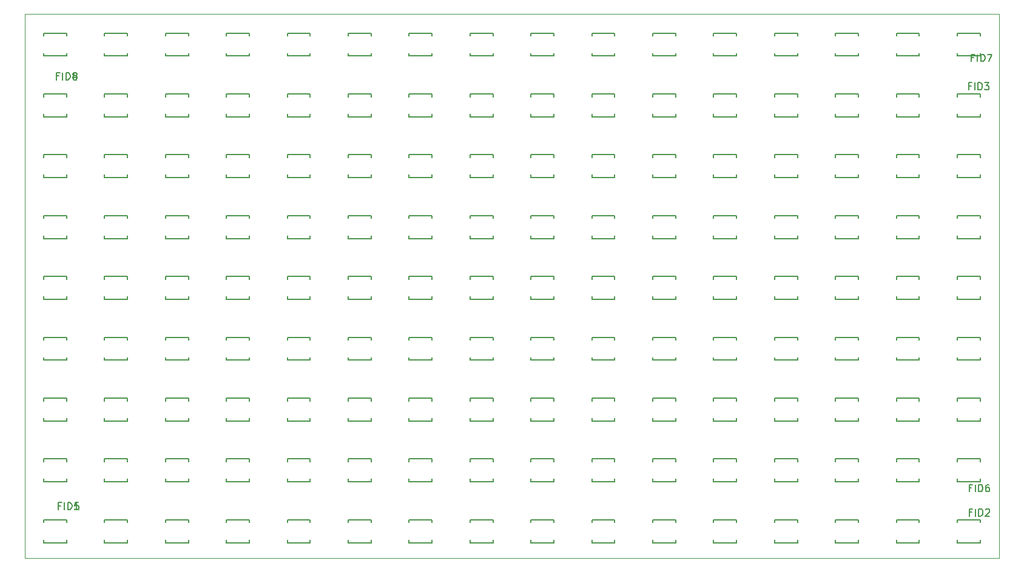
<source format=gbr>
G04 #@! TF.FileFunction,Legend,Top*
%FSLAX46Y46*%
G04 Gerber Fmt 4.6, Leading zero omitted, Abs format (unit mm)*
G04 Created by KiCad (PCBNEW 4.0.7-e1-6374~58~ubuntu16.04.1) date Thu Aug 31 17:04:50 2017*
%MOMM*%
%LPD*%
G01*
G04 APERTURE LIST*
%ADD10C,0.100000*%
%ADD11C,0.150000*%
G04 APERTURE END LIST*
D10*
X-50000Y-50000D02*
X-50000Y75950000D01*
X135950000Y-50000D02*
X-50000Y-50000D01*
X135950000Y75950000D02*
X135950000Y-50000D01*
X-50000Y75950000D02*
X135950000Y75950000D01*
D11*
X133300000Y4900000D02*
X133300000Y5300000D01*
X130100000Y4900000D02*
X130100000Y5300000D01*
X130100000Y2100000D02*
X130100000Y2500000D01*
X133300000Y2500000D02*
X133300000Y2100000D01*
X133300000Y5300000D02*
X130100000Y5300000D01*
X130100000Y2100000D02*
X133300000Y2100000D01*
X133300000Y13400000D02*
X133300000Y13800000D01*
X130100000Y13400000D02*
X130100000Y13800000D01*
X130100000Y10600000D02*
X130100000Y11000000D01*
X133300000Y11000000D02*
X133300000Y10600000D01*
X133300000Y13800000D02*
X130100000Y13800000D01*
X130100000Y10600000D02*
X133300000Y10600000D01*
X133300000Y21900000D02*
X133300000Y22300000D01*
X130100000Y21900000D02*
X130100000Y22300000D01*
X130100000Y19100000D02*
X130100000Y19500000D01*
X133300000Y19500000D02*
X133300000Y19100000D01*
X133300000Y22300000D02*
X130100000Y22300000D01*
X130100000Y19100000D02*
X133300000Y19100000D01*
X133300000Y30400000D02*
X133300000Y30800000D01*
X130100000Y30400000D02*
X130100000Y30800000D01*
X130100000Y27600000D02*
X130100000Y28000000D01*
X133300000Y28000000D02*
X133300000Y27600000D01*
X133300000Y30800000D02*
X130100000Y30800000D01*
X130100000Y27600000D02*
X133300000Y27600000D01*
X133300000Y38900000D02*
X133300000Y39300000D01*
X130100000Y38900000D02*
X130100000Y39300000D01*
X130100000Y36100000D02*
X130100000Y36500000D01*
X133300000Y36500000D02*
X133300000Y36100000D01*
X133300000Y39300000D02*
X130100000Y39300000D01*
X130100000Y36100000D02*
X133300000Y36100000D01*
X133300000Y47400000D02*
X133300000Y47800000D01*
X130100000Y47400000D02*
X130100000Y47800000D01*
X130100000Y44600000D02*
X130100000Y45000000D01*
X133300000Y45000000D02*
X133300000Y44600000D01*
X133300000Y47800000D02*
X130100000Y47800000D01*
X130100000Y44600000D02*
X133300000Y44600000D01*
X133300000Y55900000D02*
X133300000Y56300000D01*
X130100000Y55900000D02*
X130100000Y56300000D01*
X130100000Y53100000D02*
X130100000Y53500000D01*
X133300000Y53500000D02*
X133300000Y53100000D01*
X133300000Y56300000D02*
X130100000Y56300000D01*
X130100000Y53100000D02*
X133300000Y53100000D01*
X133300000Y64400000D02*
X133300000Y64800000D01*
X130100000Y64400000D02*
X130100000Y64800000D01*
X130100000Y61600000D02*
X130100000Y62000000D01*
X133300000Y62000000D02*
X133300000Y61600000D01*
X133300000Y64800000D02*
X130100000Y64800000D01*
X130100000Y61600000D02*
X133300000Y61600000D01*
X133300000Y72900000D02*
X133300000Y73300000D01*
X130100000Y72900000D02*
X130100000Y73300000D01*
X130100000Y70100000D02*
X130100000Y70500000D01*
X133300000Y70500000D02*
X133300000Y70100000D01*
X133300000Y73300000D02*
X130100000Y73300000D01*
X130100000Y70100000D02*
X133300000Y70100000D01*
X121600000Y2500000D02*
X121600000Y2100000D01*
X124800000Y2500000D02*
X124800000Y2100000D01*
X124800000Y5300000D02*
X124800000Y4900000D01*
X121600000Y4900000D02*
X121600000Y5300000D01*
X121600000Y2100000D02*
X124800000Y2100000D01*
X124800000Y5300000D02*
X121600000Y5300000D01*
X121600000Y11000000D02*
X121600000Y10600000D01*
X124800000Y11000000D02*
X124800000Y10600000D01*
X124800000Y13800000D02*
X124800000Y13400000D01*
X121600000Y13400000D02*
X121600000Y13800000D01*
X121600000Y10600000D02*
X124800000Y10600000D01*
X124800000Y13800000D02*
X121600000Y13800000D01*
X121600000Y19500000D02*
X121600000Y19100000D01*
X124800000Y19500000D02*
X124800000Y19100000D01*
X124800000Y22300000D02*
X124800000Y21900000D01*
X121600000Y21900000D02*
X121600000Y22300000D01*
X121600000Y19100000D02*
X124800000Y19100000D01*
X124800000Y22300000D02*
X121600000Y22300000D01*
X121600000Y28000000D02*
X121600000Y27600000D01*
X124800000Y28000000D02*
X124800000Y27600000D01*
X124800000Y30800000D02*
X124800000Y30400000D01*
X121600000Y30400000D02*
X121600000Y30800000D01*
X121600000Y27600000D02*
X124800000Y27600000D01*
X124800000Y30800000D02*
X121600000Y30800000D01*
X121600000Y36500000D02*
X121600000Y36100000D01*
X124800000Y36500000D02*
X124800000Y36100000D01*
X124800000Y39300000D02*
X124800000Y38900000D01*
X121600000Y38900000D02*
X121600000Y39300000D01*
X121600000Y36100000D02*
X124800000Y36100000D01*
X124800000Y39300000D02*
X121600000Y39300000D01*
X121600000Y45000000D02*
X121600000Y44600000D01*
X124800000Y45000000D02*
X124800000Y44600000D01*
X124800000Y47800000D02*
X124800000Y47400000D01*
X121600000Y47400000D02*
X121600000Y47800000D01*
X121600000Y44600000D02*
X124800000Y44600000D01*
X124800000Y47800000D02*
X121600000Y47800000D01*
X121600000Y53500000D02*
X121600000Y53100000D01*
X124800000Y53500000D02*
X124800000Y53100000D01*
X124800000Y56300000D02*
X124800000Y55900000D01*
X121600000Y55900000D02*
X121600000Y56300000D01*
X121600000Y53100000D02*
X124800000Y53100000D01*
X124800000Y56300000D02*
X121600000Y56300000D01*
X121600000Y62000000D02*
X121600000Y61600000D01*
X124800000Y62000000D02*
X124800000Y61600000D01*
X124800000Y64800000D02*
X124800000Y64400000D01*
X121600000Y64400000D02*
X121600000Y64800000D01*
X121600000Y61600000D02*
X124800000Y61600000D01*
X124800000Y64800000D02*
X121600000Y64800000D01*
X121600000Y70500000D02*
X121600000Y70100000D01*
X124800000Y70500000D02*
X124800000Y70100000D01*
X124800000Y73300000D02*
X124800000Y72900000D01*
X121600000Y72900000D02*
X121600000Y73300000D01*
X121600000Y70100000D02*
X124800000Y70100000D01*
X124800000Y73300000D02*
X121600000Y73300000D01*
X116300000Y4900000D02*
X116300000Y5300000D01*
X113100000Y4900000D02*
X113100000Y5300000D01*
X113100000Y2100000D02*
X113100000Y2500000D01*
X116300000Y2500000D02*
X116300000Y2100000D01*
X116300000Y5300000D02*
X113100000Y5300000D01*
X113100000Y2100000D02*
X116300000Y2100000D01*
X116300000Y13400000D02*
X116300000Y13800000D01*
X113100000Y13400000D02*
X113100000Y13800000D01*
X113100000Y10600000D02*
X113100000Y11000000D01*
X116300000Y11000000D02*
X116300000Y10600000D01*
X116300000Y13800000D02*
X113100000Y13800000D01*
X113100000Y10600000D02*
X116300000Y10600000D01*
X116300000Y21900000D02*
X116300000Y22300000D01*
X113100000Y21900000D02*
X113100000Y22300000D01*
X113100000Y19100000D02*
X113100000Y19500000D01*
X116300000Y19500000D02*
X116300000Y19100000D01*
X116300000Y22300000D02*
X113100000Y22300000D01*
X113100000Y19100000D02*
X116300000Y19100000D01*
X116300000Y30400000D02*
X116300000Y30800000D01*
X113100000Y30400000D02*
X113100000Y30800000D01*
X113100000Y27600000D02*
X113100000Y28000000D01*
X116300000Y28000000D02*
X116300000Y27600000D01*
X116300000Y30800000D02*
X113100000Y30800000D01*
X113100000Y27600000D02*
X116300000Y27600000D01*
X116300000Y38900000D02*
X116300000Y39300000D01*
X113100000Y38900000D02*
X113100000Y39300000D01*
X113100000Y36100000D02*
X113100000Y36500000D01*
X116300000Y36500000D02*
X116300000Y36100000D01*
X116300000Y39300000D02*
X113100000Y39300000D01*
X113100000Y36100000D02*
X116300000Y36100000D01*
X116300000Y47400000D02*
X116300000Y47800000D01*
X113100000Y47400000D02*
X113100000Y47800000D01*
X113100000Y44600000D02*
X113100000Y45000000D01*
X116300000Y45000000D02*
X116300000Y44600000D01*
X116300000Y47800000D02*
X113100000Y47800000D01*
X113100000Y44600000D02*
X116300000Y44600000D01*
X116300000Y55900000D02*
X116300000Y56300000D01*
X113100000Y55900000D02*
X113100000Y56300000D01*
X113100000Y53100000D02*
X113100000Y53500000D01*
X116300000Y53500000D02*
X116300000Y53100000D01*
X116300000Y56300000D02*
X113100000Y56300000D01*
X113100000Y53100000D02*
X116300000Y53100000D01*
X116300000Y64400000D02*
X116300000Y64800000D01*
X113100000Y64400000D02*
X113100000Y64800000D01*
X113100000Y61600000D02*
X113100000Y62000000D01*
X116300000Y62000000D02*
X116300000Y61600000D01*
X116300000Y64800000D02*
X113100000Y64800000D01*
X113100000Y61600000D02*
X116300000Y61600000D01*
X116300000Y72900000D02*
X116300000Y73300000D01*
X113100000Y72900000D02*
X113100000Y73300000D01*
X113100000Y70100000D02*
X113100000Y70500000D01*
X116300000Y70500000D02*
X116300000Y70100000D01*
X116300000Y73300000D02*
X113100000Y73300000D01*
X113100000Y70100000D02*
X116300000Y70100000D01*
X104600000Y2500000D02*
X104600000Y2100000D01*
X107800000Y2500000D02*
X107800000Y2100000D01*
X107800000Y5300000D02*
X107800000Y4900000D01*
X104600000Y4900000D02*
X104600000Y5300000D01*
X104600000Y2100000D02*
X107800000Y2100000D01*
X107800000Y5300000D02*
X104600000Y5300000D01*
X104600000Y11000000D02*
X104600000Y10600000D01*
X107800000Y11000000D02*
X107800000Y10600000D01*
X107800000Y13800000D02*
X107800000Y13400000D01*
X104600000Y13400000D02*
X104600000Y13800000D01*
X104600000Y10600000D02*
X107800000Y10600000D01*
X107800000Y13800000D02*
X104600000Y13800000D01*
X104600000Y19500000D02*
X104600000Y19100000D01*
X107800000Y19500000D02*
X107800000Y19100000D01*
X107800000Y22300000D02*
X107800000Y21900000D01*
X104600000Y21900000D02*
X104600000Y22300000D01*
X104600000Y19100000D02*
X107800000Y19100000D01*
X107800000Y22300000D02*
X104600000Y22300000D01*
X104600000Y28000000D02*
X104600000Y27600000D01*
X107800000Y28000000D02*
X107800000Y27600000D01*
X107800000Y30800000D02*
X107800000Y30400000D01*
X104600000Y30400000D02*
X104600000Y30800000D01*
X104600000Y27600000D02*
X107800000Y27600000D01*
X107800000Y30800000D02*
X104600000Y30800000D01*
X104600000Y36500000D02*
X104600000Y36100000D01*
X107800000Y36500000D02*
X107800000Y36100000D01*
X107800000Y39300000D02*
X107800000Y38900000D01*
X104600000Y38900000D02*
X104600000Y39300000D01*
X104600000Y36100000D02*
X107800000Y36100000D01*
X107800000Y39300000D02*
X104600000Y39300000D01*
X104600000Y45000000D02*
X104600000Y44600000D01*
X107800000Y45000000D02*
X107800000Y44600000D01*
X107800000Y47800000D02*
X107800000Y47400000D01*
X104600000Y47400000D02*
X104600000Y47800000D01*
X104600000Y44600000D02*
X107800000Y44600000D01*
X107800000Y47800000D02*
X104600000Y47800000D01*
X104600000Y53500000D02*
X104600000Y53100000D01*
X107800000Y53500000D02*
X107800000Y53100000D01*
X107800000Y56300000D02*
X107800000Y55900000D01*
X104600000Y55900000D02*
X104600000Y56300000D01*
X104600000Y53100000D02*
X107800000Y53100000D01*
X107800000Y56300000D02*
X104600000Y56300000D01*
X104600000Y62000000D02*
X104600000Y61600000D01*
X107800000Y62000000D02*
X107800000Y61600000D01*
X107800000Y64800000D02*
X107800000Y64400000D01*
X104600000Y64400000D02*
X104600000Y64800000D01*
X104600000Y61600000D02*
X107800000Y61600000D01*
X107800000Y64800000D02*
X104600000Y64800000D01*
X104600000Y70500000D02*
X104600000Y70100000D01*
X107800000Y70500000D02*
X107800000Y70100000D01*
X107800000Y73300000D02*
X107800000Y72900000D01*
X104600000Y72900000D02*
X104600000Y73300000D01*
X104600000Y70100000D02*
X107800000Y70100000D01*
X107800000Y73300000D02*
X104600000Y73300000D01*
X99300000Y4900000D02*
X99300000Y5300000D01*
X96100000Y4900000D02*
X96100000Y5300000D01*
X96100000Y2100000D02*
X96100000Y2500000D01*
X99300000Y2500000D02*
X99300000Y2100000D01*
X99300000Y5300000D02*
X96100000Y5300000D01*
X96100000Y2100000D02*
X99300000Y2100000D01*
X99300000Y13400000D02*
X99300000Y13800000D01*
X96100000Y13400000D02*
X96100000Y13800000D01*
X96100000Y10600000D02*
X96100000Y11000000D01*
X99300000Y11000000D02*
X99300000Y10600000D01*
X99300000Y13800000D02*
X96100000Y13800000D01*
X96100000Y10600000D02*
X99300000Y10600000D01*
X99300000Y21900000D02*
X99300000Y22300000D01*
X96100000Y21900000D02*
X96100000Y22300000D01*
X96100000Y19100000D02*
X96100000Y19500000D01*
X99300000Y19500000D02*
X99300000Y19100000D01*
X99300000Y22300000D02*
X96100000Y22300000D01*
X96100000Y19100000D02*
X99300000Y19100000D01*
X99300000Y30400000D02*
X99300000Y30800000D01*
X96100000Y30400000D02*
X96100000Y30800000D01*
X96100000Y27600000D02*
X96100000Y28000000D01*
X99300000Y28000000D02*
X99300000Y27600000D01*
X99300000Y30800000D02*
X96100000Y30800000D01*
X96100000Y27600000D02*
X99300000Y27600000D01*
X99300000Y38900000D02*
X99300000Y39300000D01*
X96100000Y38900000D02*
X96100000Y39300000D01*
X96100000Y36100000D02*
X96100000Y36500000D01*
X99300000Y36500000D02*
X99300000Y36100000D01*
X99300000Y39300000D02*
X96100000Y39300000D01*
X96100000Y36100000D02*
X99300000Y36100000D01*
X99300000Y47400000D02*
X99300000Y47800000D01*
X96100000Y47400000D02*
X96100000Y47800000D01*
X96100000Y44600000D02*
X96100000Y45000000D01*
X99300000Y45000000D02*
X99300000Y44600000D01*
X99300000Y47800000D02*
X96100000Y47800000D01*
X96100000Y44600000D02*
X99300000Y44600000D01*
X99300000Y55900000D02*
X99300000Y56300000D01*
X96100000Y55900000D02*
X96100000Y56300000D01*
X96100000Y53100000D02*
X96100000Y53500000D01*
X99300000Y53500000D02*
X99300000Y53100000D01*
X99300000Y56300000D02*
X96100000Y56300000D01*
X96100000Y53100000D02*
X99300000Y53100000D01*
X99300000Y64400000D02*
X99300000Y64800000D01*
X96100000Y64400000D02*
X96100000Y64800000D01*
X96100000Y61600000D02*
X96100000Y62000000D01*
X99300000Y62000000D02*
X99300000Y61600000D01*
X99300000Y64800000D02*
X96100000Y64800000D01*
X96100000Y61600000D02*
X99300000Y61600000D01*
X99300000Y72900000D02*
X99300000Y73300000D01*
X96100000Y72900000D02*
X96100000Y73300000D01*
X96100000Y70100000D02*
X96100000Y70500000D01*
X99300000Y70500000D02*
X99300000Y70100000D01*
X99300000Y73300000D02*
X96100000Y73300000D01*
X96100000Y70100000D02*
X99300000Y70100000D01*
X87600000Y2500000D02*
X87600000Y2100000D01*
X90800000Y2500000D02*
X90800000Y2100000D01*
X90800000Y5300000D02*
X90800000Y4900000D01*
X87600000Y4900000D02*
X87600000Y5300000D01*
X87600000Y2100000D02*
X90800000Y2100000D01*
X90800000Y5300000D02*
X87600000Y5300000D01*
X87600000Y11000000D02*
X87600000Y10600000D01*
X90800000Y11000000D02*
X90800000Y10600000D01*
X90800000Y13800000D02*
X90800000Y13400000D01*
X87600000Y13400000D02*
X87600000Y13800000D01*
X87600000Y10600000D02*
X90800000Y10600000D01*
X90800000Y13800000D02*
X87600000Y13800000D01*
X87600000Y19500000D02*
X87600000Y19100000D01*
X90800000Y19500000D02*
X90800000Y19100000D01*
X90800000Y22300000D02*
X90800000Y21900000D01*
X87600000Y21900000D02*
X87600000Y22300000D01*
X87600000Y19100000D02*
X90800000Y19100000D01*
X90800000Y22300000D02*
X87600000Y22300000D01*
X87600000Y28000000D02*
X87600000Y27600000D01*
X90800000Y28000000D02*
X90800000Y27600000D01*
X90800000Y30800000D02*
X90800000Y30400000D01*
X87600000Y30400000D02*
X87600000Y30800000D01*
X87600000Y27600000D02*
X90800000Y27600000D01*
X90800000Y30800000D02*
X87600000Y30800000D01*
X87600000Y36500000D02*
X87600000Y36100000D01*
X90800000Y36500000D02*
X90800000Y36100000D01*
X90800000Y39300000D02*
X90800000Y38900000D01*
X87600000Y38900000D02*
X87600000Y39300000D01*
X87600000Y36100000D02*
X90800000Y36100000D01*
X90800000Y39300000D02*
X87600000Y39300000D01*
X87600000Y45000000D02*
X87600000Y44600000D01*
X90800000Y45000000D02*
X90800000Y44600000D01*
X90800000Y47800000D02*
X90800000Y47400000D01*
X87600000Y47400000D02*
X87600000Y47800000D01*
X87600000Y44600000D02*
X90800000Y44600000D01*
X90800000Y47800000D02*
X87600000Y47800000D01*
X87600000Y53500000D02*
X87600000Y53100000D01*
X90800000Y53500000D02*
X90800000Y53100000D01*
X90800000Y56300000D02*
X90800000Y55900000D01*
X87600000Y55900000D02*
X87600000Y56300000D01*
X87600000Y53100000D02*
X90800000Y53100000D01*
X90800000Y56300000D02*
X87600000Y56300000D01*
X87600000Y62000000D02*
X87600000Y61600000D01*
X90800000Y62000000D02*
X90800000Y61600000D01*
X90800000Y64800000D02*
X90800000Y64400000D01*
X87600000Y64400000D02*
X87600000Y64800000D01*
X87600000Y61600000D02*
X90800000Y61600000D01*
X90800000Y64800000D02*
X87600000Y64800000D01*
X87600000Y70500000D02*
X87600000Y70100000D01*
X90800000Y70500000D02*
X90800000Y70100000D01*
X90800000Y73300000D02*
X90800000Y72900000D01*
X87600000Y72900000D02*
X87600000Y73300000D01*
X87600000Y70100000D02*
X90800000Y70100000D01*
X90800000Y73300000D02*
X87600000Y73300000D01*
X82300000Y4900000D02*
X82300000Y5300000D01*
X79100000Y4900000D02*
X79100000Y5300000D01*
X79100000Y2100000D02*
X79100000Y2500000D01*
X82300000Y2500000D02*
X82300000Y2100000D01*
X82300000Y5300000D02*
X79100000Y5300000D01*
X79100000Y2100000D02*
X82300000Y2100000D01*
X82300000Y13400000D02*
X82300000Y13800000D01*
X79100000Y13400000D02*
X79100000Y13800000D01*
X79100000Y10600000D02*
X79100000Y11000000D01*
X82300000Y11000000D02*
X82300000Y10600000D01*
X82300000Y13800000D02*
X79100000Y13800000D01*
X79100000Y10600000D02*
X82300000Y10600000D01*
X82300000Y21900000D02*
X82300000Y22300000D01*
X79100000Y21900000D02*
X79100000Y22300000D01*
X79100000Y19100000D02*
X79100000Y19500000D01*
X82300000Y19500000D02*
X82300000Y19100000D01*
X82300000Y22300000D02*
X79100000Y22300000D01*
X79100000Y19100000D02*
X82300000Y19100000D01*
X82300000Y30400000D02*
X82300000Y30800000D01*
X79100000Y30400000D02*
X79100000Y30800000D01*
X79100000Y27600000D02*
X79100000Y28000000D01*
X82300000Y28000000D02*
X82300000Y27600000D01*
X82300000Y30800000D02*
X79100000Y30800000D01*
X79100000Y27600000D02*
X82300000Y27600000D01*
X82300000Y38900000D02*
X82300000Y39300000D01*
X79100000Y38900000D02*
X79100000Y39300000D01*
X79100000Y36100000D02*
X79100000Y36500000D01*
X82300000Y36500000D02*
X82300000Y36100000D01*
X82300000Y39300000D02*
X79100000Y39300000D01*
X79100000Y36100000D02*
X82300000Y36100000D01*
X82300000Y47400000D02*
X82300000Y47800000D01*
X79100000Y47400000D02*
X79100000Y47800000D01*
X79100000Y44600000D02*
X79100000Y45000000D01*
X82300000Y45000000D02*
X82300000Y44600000D01*
X82300000Y47800000D02*
X79100000Y47800000D01*
X79100000Y44600000D02*
X82300000Y44600000D01*
X82300000Y55900000D02*
X82300000Y56300000D01*
X79100000Y55900000D02*
X79100000Y56300000D01*
X79100000Y53100000D02*
X79100000Y53500000D01*
X82300000Y53500000D02*
X82300000Y53100000D01*
X82300000Y56300000D02*
X79100000Y56300000D01*
X79100000Y53100000D02*
X82300000Y53100000D01*
X82300000Y64400000D02*
X82300000Y64800000D01*
X79100000Y64400000D02*
X79100000Y64800000D01*
X79100000Y61600000D02*
X79100000Y62000000D01*
X82300000Y62000000D02*
X82300000Y61600000D01*
X82300000Y64800000D02*
X79100000Y64800000D01*
X79100000Y61600000D02*
X82300000Y61600000D01*
X82300000Y72900000D02*
X82300000Y73300000D01*
X79100000Y72900000D02*
X79100000Y73300000D01*
X79100000Y70100000D02*
X79100000Y70500000D01*
X82300000Y70500000D02*
X82300000Y70100000D01*
X82300000Y73300000D02*
X79100000Y73300000D01*
X79100000Y70100000D02*
X82300000Y70100000D01*
X70600000Y2500000D02*
X70600000Y2100000D01*
X73800000Y2500000D02*
X73800000Y2100000D01*
X73800000Y5300000D02*
X73800000Y4900000D01*
X70600000Y4900000D02*
X70600000Y5300000D01*
X70600000Y2100000D02*
X73800000Y2100000D01*
X73800000Y5300000D02*
X70600000Y5300000D01*
X70600000Y11000000D02*
X70600000Y10600000D01*
X73800000Y11000000D02*
X73800000Y10600000D01*
X73800000Y13800000D02*
X73800000Y13400000D01*
X70600000Y13400000D02*
X70600000Y13800000D01*
X70600000Y10600000D02*
X73800000Y10600000D01*
X73800000Y13800000D02*
X70600000Y13800000D01*
X70600000Y19500000D02*
X70600000Y19100000D01*
X73800000Y19500000D02*
X73800000Y19100000D01*
X73800000Y22300000D02*
X73800000Y21900000D01*
X70600000Y21900000D02*
X70600000Y22300000D01*
X70600000Y19100000D02*
X73800000Y19100000D01*
X73800000Y22300000D02*
X70600000Y22300000D01*
X70600000Y28000000D02*
X70600000Y27600000D01*
X73800000Y28000000D02*
X73800000Y27600000D01*
X73800000Y30800000D02*
X73800000Y30400000D01*
X70600000Y30400000D02*
X70600000Y30800000D01*
X70600000Y27600000D02*
X73800000Y27600000D01*
X73800000Y30800000D02*
X70600000Y30800000D01*
X70600000Y36500000D02*
X70600000Y36100000D01*
X73800000Y36500000D02*
X73800000Y36100000D01*
X73800000Y39300000D02*
X73800000Y38900000D01*
X70600000Y38900000D02*
X70600000Y39300000D01*
X70600000Y36100000D02*
X73800000Y36100000D01*
X73800000Y39300000D02*
X70600000Y39300000D01*
X70600000Y45000000D02*
X70600000Y44600000D01*
X73800000Y45000000D02*
X73800000Y44600000D01*
X73800000Y47800000D02*
X73800000Y47400000D01*
X70600000Y47400000D02*
X70600000Y47800000D01*
X70600000Y44600000D02*
X73800000Y44600000D01*
X73800000Y47800000D02*
X70600000Y47800000D01*
X70600000Y53500000D02*
X70600000Y53100000D01*
X73800000Y53500000D02*
X73800000Y53100000D01*
X73800000Y56300000D02*
X73800000Y55900000D01*
X70600000Y55900000D02*
X70600000Y56300000D01*
X70600000Y53100000D02*
X73800000Y53100000D01*
X73800000Y56300000D02*
X70600000Y56300000D01*
X70600000Y62000000D02*
X70600000Y61600000D01*
X73800000Y62000000D02*
X73800000Y61600000D01*
X73800000Y64800000D02*
X73800000Y64400000D01*
X70600000Y64400000D02*
X70600000Y64800000D01*
X70600000Y61600000D02*
X73800000Y61600000D01*
X73800000Y64800000D02*
X70600000Y64800000D01*
X70600000Y70500000D02*
X70600000Y70100000D01*
X73800000Y70500000D02*
X73800000Y70100000D01*
X73800000Y73300000D02*
X73800000Y72900000D01*
X70600000Y72900000D02*
X70600000Y73300000D01*
X70600000Y70100000D02*
X73800000Y70100000D01*
X73800000Y73300000D02*
X70600000Y73300000D01*
X65300000Y4900000D02*
X65300000Y5300000D01*
X62100000Y4900000D02*
X62100000Y5300000D01*
X62100000Y2100000D02*
X62100000Y2500000D01*
X65300000Y2500000D02*
X65300000Y2100000D01*
X65300000Y5300000D02*
X62100000Y5300000D01*
X62100000Y2100000D02*
X65300000Y2100000D01*
X65300000Y13400000D02*
X65300000Y13800000D01*
X62100000Y13400000D02*
X62100000Y13800000D01*
X62100000Y10600000D02*
X62100000Y11000000D01*
X65300000Y11000000D02*
X65300000Y10600000D01*
X65300000Y13800000D02*
X62100000Y13800000D01*
X62100000Y10600000D02*
X65300000Y10600000D01*
X65300000Y21900000D02*
X65300000Y22300000D01*
X62100000Y21900000D02*
X62100000Y22300000D01*
X62100000Y19100000D02*
X62100000Y19500000D01*
X65300000Y19500000D02*
X65300000Y19100000D01*
X65300000Y22300000D02*
X62100000Y22300000D01*
X62100000Y19100000D02*
X65300000Y19100000D01*
X65300000Y30400000D02*
X65300000Y30800000D01*
X62100000Y30400000D02*
X62100000Y30800000D01*
X62100000Y27600000D02*
X62100000Y28000000D01*
X65300000Y28000000D02*
X65300000Y27600000D01*
X65300000Y30800000D02*
X62100000Y30800000D01*
X62100000Y27600000D02*
X65300000Y27600000D01*
X65300000Y38900000D02*
X65300000Y39300000D01*
X62100000Y38900000D02*
X62100000Y39300000D01*
X62100000Y36100000D02*
X62100000Y36500000D01*
X65300000Y36500000D02*
X65300000Y36100000D01*
X65300000Y39300000D02*
X62100000Y39300000D01*
X62100000Y36100000D02*
X65300000Y36100000D01*
X65300000Y47400000D02*
X65300000Y47800000D01*
X62100000Y47400000D02*
X62100000Y47800000D01*
X62100000Y44600000D02*
X62100000Y45000000D01*
X65300000Y45000000D02*
X65300000Y44600000D01*
X65300000Y47800000D02*
X62100000Y47800000D01*
X62100000Y44600000D02*
X65300000Y44600000D01*
X65300000Y55900000D02*
X65300000Y56300000D01*
X62100000Y55900000D02*
X62100000Y56300000D01*
X62100000Y53100000D02*
X62100000Y53500000D01*
X65300000Y53500000D02*
X65300000Y53100000D01*
X65300000Y56300000D02*
X62100000Y56300000D01*
X62100000Y53100000D02*
X65300000Y53100000D01*
X65300000Y64400000D02*
X65300000Y64800000D01*
X62100000Y64400000D02*
X62100000Y64800000D01*
X62100000Y61600000D02*
X62100000Y62000000D01*
X65300000Y62000000D02*
X65300000Y61600000D01*
X65300000Y64800000D02*
X62100000Y64800000D01*
X62100000Y61600000D02*
X65300000Y61600000D01*
X65300000Y72900000D02*
X65300000Y73300000D01*
X62100000Y72900000D02*
X62100000Y73300000D01*
X62100000Y70100000D02*
X62100000Y70500000D01*
X65300000Y70500000D02*
X65300000Y70100000D01*
X65300000Y73300000D02*
X62100000Y73300000D01*
X62100000Y70100000D02*
X65300000Y70100000D01*
X53600000Y2500000D02*
X53600000Y2100000D01*
X56800000Y2500000D02*
X56800000Y2100000D01*
X56800000Y5300000D02*
X56800000Y4900000D01*
X53600000Y4900000D02*
X53600000Y5300000D01*
X53600000Y2100000D02*
X56800000Y2100000D01*
X56800000Y5300000D02*
X53600000Y5300000D01*
X53600000Y11000000D02*
X53600000Y10600000D01*
X56800000Y11000000D02*
X56800000Y10600000D01*
X56800000Y13800000D02*
X56800000Y13400000D01*
X53600000Y13400000D02*
X53600000Y13800000D01*
X53600000Y10600000D02*
X56800000Y10600000D01*
X56800000Y13800000D02*
X53600000Y13800000D01*
X53600000Y19500000D02*
X53600000Y19100000D01*
X56800000Y19500000D02*
X56800000Y19100000D01*
X56800000Y22300000D02*
X56800000Y21900000D01*
X53600000Y21900000D02*
X53600000Y22300000D01*
X53600000Y19100000D02*
X56800000Y19100000D01*
X56800000Y22300000D02*
X53600000Y22300000D01*
X53600000Y28000000D02*
X53600000Y27600000D01*
X56800000Y28000000D02*
X56800000Y27600000D01*
X56800000Y30800000D02*
X56800000Y30400000D01*
X53600000Y30400000D02*
X53600000Y30800000D01*
X53600000Y27600000D02*
X56800000Y27600000D01*
X56800000Y30800000D02*
X53600000Y30800000D01*
X53600000Y36500000D02*
X53600000Y36100000D01*
X56800000Y36500000D02*
X56800000Y36100000D01*
X56800000Y39300000D02*
X56800000Y38900000D01*
X53600000Y38900000D02*
X53600000Y39300000D01*
X53600000Y36100000D02*
X56800000Y36100000D01*
X56800000Y39300000D02*
X53600000Y39300000D01*
X53600000Y45000000D02*
X53600000Y44600000D01*
X56800000Y45000000D02*
X56800000Y44600000D01*
X56800000Y47800000D02*
X56800000Y47400000D01*
X53600000Y47400000D02*
X53600000Y47800000D01*
X53600000Y44600000D02*
X56800000Y44600000D01*
X56800000Y47800000D02*
X53600000Y47800000D01*
X53600000Y53500000D02*
X53600000Y53100000D01*
X56800000Y53500000D02*
X56800000Y53100000D01*
X56800000Y56300000D02*
X56800000Y55900000D01*
X53600000Y55900000D02*
X53600000Y56300000D01*
X53600000Y53100000D02*
X56800000Y53100000D01*
X56800000Y56300000D02*
X53600000Y56300000D01*
X53600000Y62000000D02*
X53600000Y61600000D01*
X56800000Y62000000D02*
X56800000Y61600000D01*
X56800000Y64800000D02*
X56800000Y64400000D01*
X53600000Y64400000D02*
X53600000Y64800000D01*
X53600000Y61600000D02*
X56800000Y61600000D01*
X56800000Y64800000D02*
X53600000Y64800000D01*
X53600000Y70500000D02*
X53600000Y70100000D01*
X56800000Y70500000D02*
X56800000Y70100000D01*
X56800000Y73300000D02*
X56800000Y72900000D01*
X53600000Y72900000D02*
X53600000Y73300000D01*
X53600000Y70100000D02*
X56800000Y70100000D01*
X56800000Y73300000D02*
X53600000Y73300000D01*
X48300000Y4900000D02*
X48300000Y5300000D01*
X45100000Y4900000D02*
X45100000Y5300000D01*
X45100000Y2100000D02*
X45100000Y2500000D01*
X48300000Y2500000D02*
X48300000Y2100000D01*
X48300000Y5300000D02*
X45100000Y5300000D01*
X45100000Y2100000D02*
X48300000Y2100000D01*
X48300000Y13400000D02*
X48300000Y13800000D01*
X45100000Y13400000D02*
X45100000Y13800000D01*
X45100000Y10600000D02*
X45100000Y11000000D01*
X48300000Y11000000D02*
X48300000Y10600000D01*
X48300000Y13800000D02*
X45100000Y13800000D01*
X45100000Y10600000D02*
X48300000Y10600000D01*
X48300000Y21900000D02*
X48300000Y22300000D01*
X45100000Y21900000D02*
X45100000Y22300000D01*
X45100000Y19100000D02*
X45100000Y19500000D01*
X48300000Y19500000D02*
X48300000Y19100000D01*
X48300000Y22300000D02*
X45100000Y22300000D01*
X45100000Y19100000D02*
X48300000Y19100000D01*
X48300000Y30400000D02*
X48300000Y30800000D01*
X45100000Y30400000D02*
X45100000Y30800000D01*
X45100000Y27600000D02*
X45100000Y28000000D01*
X48300000Y28000000D02*
X48300000Y27600000D01*
X48300000Y30800000D02*
X45100000Y30800000D01*
X45100000Y27600000D02*
X48300000Y27600000D01*
X48300000Y38900000D02*
X48300000Y39300000D01*
X45100000Y38900000D02*
X45100000Y39300000D01*
X45100000Y36100000D02*
X45100000Y36500000D01*
X48300000Y36500000D02*
X48300000Y36100000D01*
X48300000Y39300000D02*
X45100000Y39300000D01*
X45100000Y36100000D02*
X48300000Y36100000D01*
X48300000Y47400000D02*
X48300000Y47800000D01*
X45100000Y47400000D02*
X45100000Y47800000D01*
X45100000Y44600000D02*
X45100000Y45000000D01*
X48300000Y45000000D02*
X48300000Y44600000D01*
X48300000Y47800000D02*
X45100000Y47800000D01*
X45100000Y44600000D02*
X48300000Y44600000D01*
X48300000Y55900000D02*
X48300000Y56300000D01*
X45100000Y55900000D02*
X45100000Y56300000D01*
X45100000Y53100000D02*
X45100000Y53500000D01*
X48300000Y53500000D02*
X48300000Y53100000D01*
X48300000Y56300000D02*
X45100000Y56300000D01*
X45100000Y53100000D02*
X48300000Y53100000D01*
X48300000Y64400000D02*
X48300000Y64800000D01*
X45100000Y64400000D02*
X45100000Y64800000D01*
X45100000Y61600000D02*
X45100000Y62000000D01*
X48300000Y62000000D02*
X48300000Y61600000D01*
X48300000Y64800000D02*
X45100000Y64800000D01*
X45100000Y61600000D02*
X48300000Y61600000D01*
X48300000Y72900000D02*
X48300000Y73300000D01*
X45100000Y72900000D02*
X45100000Y73300000D01*
X45100000Y70100000D02*
X45100000Y70500000D01*
X48300000Y70500000D02*
X48300000Y70100000D01*
X48300000Y73300000D02*
X45100000Y73300000D01*
X45100000Y70100000D02*
X48300000Y70100000D01*
X36600000Y2500000D02*
X36600000Y2100000D01*
X39800000Y2500000D02*
X39800000Y2100000D01*
X39800000Y5300000D02*
X39800000Y4900000D01*
X36600000Y4900000D02*
X36600000Y5300000D01*
X36600000Y2100000D02*
X39800000Y2100000D01*
X39800000Y5300000D02*
X36600000Y5300000D01*
X36600000Y11000000D02*
X36600000Y10600000D01*
X39800000Y11000000D02*
X39800000Y10600000D01*
X39800000Y13800000D02*
X39800000Y13400000D01*
X36600000Y13400000D02*
X36600000Y13800000D01*
X36600000Y10600000D02*
X39800000Y10600000D01*
X39800000Y13800000D02*
X36600000Y13800000D01*
X36600000Y19500000D02*
X36600000Y19100000D01*
X39800000Y19500000D02*
X39800000Y19100000D01*
X39800000Y22300000D02*
X39800000Y21900000D01*
X36600000Y21900000D02*
X36600000Y22300000D01*
X36600000Y19100000D02*
X39800000Y19100000D01*
X39800000Y22300000D02*
X36600000Y22300000D01*
X36600000Y28000000D02*
X36600000Y27600000D01*
X39800000Y28000000D02*
X39800000Y27600000D01*
X39800000Y30800000D02*
X39800000Y30400000D01*
X36600000Y30400000D02*
X36600000Y30800000D01*
X36600000Y27600000D02*
X39800000Y27600000D01*
X39800000Y30800000D02*
X36600000Y30800000D01*
X36600000Y36500000D02*
X36600000Y36100000D01*
X39800000Y36500000D02*
X39800000Y36100000D01*
X39800000Y39300000D02*
X39800000Y38900000D01*
X36600000Y38900000D02*
X36600000Y39300000D01*
X36600000Y36100000D02*
X39800000Y36100000D01*
X39800000Y39300000D02*
X36600000Y39300000D01*
X36600000Y53500000D02*
X36600000Y53100000D01*
X39800000Y53500000D02*
X39800000Y53100000D01*
X39800000Y56300000D02*
X39800000Y55900000D01*
X36600000Y55900000D02*
X36600000Y56300000D01*
X36600000Y53100000D02*
X39800000Y53100000D01*
X39800000Y56300000D02*
X36600000Y56300000D01*
X36600000Y62000000D02*
X36600000Y61600000D01*
X39800000Y62000000D02*
X39800000Y61600000D01*
X39800000Y64800000D02*
X39800000Y64400000D01*
X36600000Y64400000D02*
X36600000Y64800000D01*
X36600000Y61600000D02*
X39800000Y61600000D01*
X39800000Y64800000D02*
X36600000Y64800000D01*
X36600000Y70500000D02*
X36600000Y70100000D01*
X39800000Y70500000D02*
X39800000Y70100000D01*
X39800000Y73300000D02*
X39800000Y72900000D01*
X36600000Y72900000D02*
X36600000Y73300000D01*
X36600000Y70100000D02*
X39800000Y70100000D01*
X39800000Y73300000D02*
X36600000Y73300000D01*
X31300000Y4900000D02*
X31300000Y5300000D01*
X28100000Y4900000D02*
X28100000Y5300000D01*
X28100000Y2100000D02*
X28100000Y2500000D01*
X31300000Y2500000D02*
X31300000Y2100000D01*
X31300000Y5300000D02*
X28100000Y5300000D01*
X28100000Y2100000D02*
X31300000Y2100000D01*
X31300000Y13400000D02*
X31300000Y13800000D01*
X28100000Y13400000D02*
X28100000Y13800000D01*
X28100000Y10600000D02*
X28100000Y11000000D01*
X31300000Y11000000D02*
X31300000Y10600000D01*
X31300000Y13800000D02*
X28100000Y13800000D01*
X28100000Y10600000D02*
X31300000Y10600000D01*
X31300000Y21900000D02*
X31300000Y22300000D01*
X28100000Y21900000D02*
X28100000Y22300000D01*
X28100000Y19100000D02*
X28100000Y19500000D01*
X31300000Y19500000D02*
X31300000Y19100000D01*
X31300000Y22300000D02*
X28100000Y22300000D01*
X28100000Y19100000D02*
X31300000Y19100000D01*
X31300000Y30400000D02*
X31300000Y30800000D01*
X28100000Y30400000D02*
X28100000Y30800000D01*
X28100000Y27600000D02*
X28100000Y28000000D01*
X31300000Y28000000D02*
X31300000Y27600000D01*
X31300000Y30800000D02*
X28100000Y30800000D01*
X28100000Y27600000D02*
X31300000Y27600000D01*
X31300000Y38900000D02*
X31300000Y39300000D01*
X28100000Y38900000D02*
X28100000Y39300000D01*
X28100000Y36100000D02*
X28100000Y36500000D01*
X31300000Y36500000D02*
X31300000Y36100000D01*
X31300000Y39300000D02*
X28100000Y39300000D01*
X28100000Y36100000D02*
X31300000Y36100000D01*
X31300000Y47400000D02*
X31300000Y47800000D01*
X28100000Y47400000D02*
X28100000Y47800000D01*
X28100000Y44600000D02*
X28100000Y45000000D01*
X31300000Y45000000D02*
X31300000Y44600000D01*
X31300000Y47800000D02*
X28100000Y47800000D01*
X28100000Y44600000D02*
X31300000Y44600000D01*
X31300000Y55900000D02*
X31300000Y56300000D01*
X28100000Y55900000D02*
X28100000Y56300000D01*
X28100000Y53100000D02*
X28100000Y53500000D01*
X31300000Y53500000D02*
X31300000Y53100000D01*
X31300000Y56300000D02*
X28100000Y56300000D01*
X28100000Y53100000D02*
X31300000Y53100000D01*
X31300000Y64400000D02*
X31300000Y64800000D01*
X28100000Y64400000D02*
X28100000Y64800000D01*
X28100000Y61600000D02*
X28100000Y62000000D01*
X31300000Y62000000D02*
X31300000Y61600000D01*
X31300000Y64800000D02*
X28100000Y64800000D01*
X28100000Y61600000D02*
X31300000Y61600000D01*
X31300000Y72900000D02*
X31300000Y73300000D01*
X28100000Y72900000D02*
X28100000Y73300000D01*
X28100000Y70100000D02*
X28100000Y70500000D01*
X31300000Y70500000D02*
X31300000Y70100000D01*
X31300000Y73300000D02*
X28100000Y73300000D01*
X28100000Y70100000D02*
X31300000Y70100000D01*
X19600000Y2500000D02*
X19600000Y2100000D01*
X22800000Y2500000D02*
X22800000Y2100000D01*
X22800000Y5300000D02*
X22800000Y4900000D01*
X19600000Y4900000D02*
X19600000Y5300000D01*
X19600000Y2100000D02*
X22800000Y2100000D01*
X22800000Y5300000D02*
X19600000Y5300000D01*
X19600000Y11000000D02*
X19600000Y10600000D01*
X22800000Y11000000D02*
X22800000Y10600000D01*
X22800000Y13800000D02*
X22800000Y13400000D01*
X19600000Y13400000D02*
X19600000Y13800000D01*
X19600000Y10600000D02*
X22800000Y10600000D01*
X22800000Y13800000D02*
X19600000Y13800000D01*
X19600000Y19500000D02*
X19600000Y19100000D01*
X22800000Y19500000D02*
X22800000Y19100000D01*
X22800000Y22300000D02*
X22800000Y21900000D01*
X19600000Y21900000D02*
X19600000Y22300000D01*
X19600000Y19100000D02*
X22800000Y19100000D01*
X22800000Y22300000D02*
X19600000Y22300000D01*
X19600000Y28000000D02*
X19600000Y27600000D01*
X22800000Y28000000D02*
X22800000Y27600000D01*
X22800000Y30800000D02*
X22800000Y30400000D01*
X19600000Y30400000D02*
X19600000Y30800000D01*
X19600000Y27600000D02*
X22800000Y27600000D01*
X22800000Y30800000D02*
X19600000Y30800000D01*
X19600000Y36500000D02*
X19600000Y36100000D01*
X22800000Y36500000D02*
X22800000Y36100000D01*
X22800000Y39300000D02*
X22800000Y38900000D01*
X19600000Y38900000D02*
X19600000Y39300000D01*
X19600000Y36100000D02*
X22800000Y36100000D01*
X22800000Y39300000D02*
X19600000Y39300000D01*
X19600000Y45000000D02*
X19600000Y44600000D01*
X22800000Y45000000D02*
X22800000Y44600000D01*
X22800000Y47800000D02*
X22800000Y47400000D01*
X19600000Y47400000D02*
X19600000Y47800000D01*
X19600000Y44600000D02*
X22800000Y44600000D01*
X22800000Y47800000D02*
X19600000Y47800000D01*
X19600000Y53500000D02*
X19600000Y53100000D01*
X22800000Y53500000D02*
X22800000Y53100000D01*
X22800000Y56300000D02*
X22800000Y55900000D01*
X19600000Y55900000D02*
X19600000Y56300000D01*
X19600000Y53100000D02*
X22800000Y53100000D01*
X22800000Y56300000D02*
X19600000Y56300000D01*
X19600000Y62000000D02*
X19600000Y61600000D01*
X22800000Y62000000D02*
X22800000Y61600000D01*
X22800000Y64800000D02*
X22800000Y64400000D01*
X19600000Y64400000D02*
X19600000Y64800000D01*
X19600000Y61600000D02*
X22800000Y61600000D01*
X22800000Y64800000D02*
X19600000Y64800000D01*
X19600000Y70500000D02*
X19600000Y70100000D01*
X22800000Y70500000D02*
X22800000Y70100000D01*
X22800000Y73300000D02*
X22800000Y72900000D01*
X19600000Y72900000D02*
X19600000Y73300000D01*
X19600000Y70100000D02*
X22800000Y70100000D01*
X22800000Y73300000D02*
X19600000Y73300000D01*
X14300000Y4900000D02*
X14300000Y5300000D01*
X11100000Y4900000D02*
X11100000Y5300000D01*
X11100000Y2100000D02*
X11100000Y2500000D01*
X14300000Y2500000D02*
X14300000Y2100000D01*
X14300000Y5300000D02*
X11100000Y5300000D01*
X11100000Y2100000D02*
X14300000Y2100000D01*
X14300000Y13400000D02*
X14300000Y13800000D01*
X11100000Y13400000D02*
X11100000Y13800000D01*
X11100000Y10600000D02*
X11100000Y11000000D01*
X14300000Y11000000D02*
X14300000Y10600000D01*
X14300000Y13800000D02*
X11100000Y13800000D01*
X11100000Y10600000D02*
X14300000Y10600000D01*
X14300000Y21900000D02*
X14300000Y22300000D01*
X11100000Y21900000D02*
X11100000Y22300000D01*
X11100000Y19100000D02*
X11100000Y19500000D01*
X14300000Y19500000D02*
X14300000Y19100000D01*
X14300000Y22300000D02*
X11100000Y22300000D01*
X11100000Y19100000D02*
X14300000Y19100000D01*
X14300000Y30400000D02*
X14300000Y30800000D01*
X11100000Y30400000D02*
X11100000Y30800000D01*
X11100000Y27600000D02*
X11100000Y28000000D01*
X14300000Y28000000D02*
X14300000Y27600000D01*
X14300000Y30800000D02*
X11100000Y30800000D01*
X11100000Y27600000D02*
X14300000Y27600000D01*
X14300000Y38900000D02*
X14300000Y39300000D01*
X11100000Y38900000D02*
X11100000Y39300000D01*
X11100000Y36100000D02*
X11100000Y36500000D01*
X14300000Y36500000D02*
X14300000Y36100000D01*
X14300000Y39300000D02*
X11100000Y39300000D01*
X11100000Y36100000D02*
X14300000Y36100000D01*
X14300000Y47400000D02*
X14300000Y47800000D01*
X11100000Y47400000D02*
X11100000Y47800000D01*
X11100000Y44600000D02*
X11100000Y45000000D01*
X14300000Y45000000D02*
X14300000Y44600000D01*
X14300000Y47800000D02*
X11100000Y47800000D01*
X11100000Y44600000D02*
X14300000Y44600000D01*
X14300000Y55900000D02*
X14300000Y56300000D01*
X11100000Y55900000D02*
X11100000Y56300000D01*
X11100000Y53100000D02*
X11100000Y53500000D01*
X14300000Y53500000D02*
X14300000Y53100000D01*
X14300000Y56300000D02*
X11100000Y56300000D01*
X11100000Y53100000D02*
X14300000Y53100000D01*
X14300000Y64400000D02*
X14300000Y64800000D01*
X11100000Y64400000D02*
X11100000Y64800000D01*
X11100000Y61600000D02*
X11100000Y62000000D01*
X14300000Y62000000D02*
X14300000Y61600000D01*
X14300000Y64800000D02*
X11100000Y64800000D01*
X11100000Y61600000D02*
X14300000Y61600000D01*
X14300000Y72900000D02*
X14300000Y73300000D01*
X11100000Y72900000D02*
X11100000Y73300000D01*
X11100000Y70100000D02*
X11100000Y70500000D01*
X14300000Y70500000D02*
X14300000Y70100000D01*
X14300000Y73300000D02*
X11100000Y73300000D01*
X11100000Y70100000D02*
X14300000Y70100000D01*
X2600000Y2500000D02*
X2600000Y2100000D01*
X5800000Y2500000D02*
X5800000Y2100000D01*
X5800000Y5300000D02*
X5800000Y4900000D01*
X2600000Y4900000D02*
X2600000Y5300000D01*
X2600000Y2100000D02*
X5800000Y2100000D01*
X5800000Y5300000D02*
X2600000Y5300000D01*
X2600000Y11000000D02*
X2600000Y10600000D01*
X5800000Y11000000D02*
X5800000Y10600000D01*
X5800000Y13800000D02*
X5800000Y13400000D01*
X2600000Y13400000D02*
X2600000Y13800000D01*
X2600000Y10600000D02*
X5800000Y10600000D01*
X5800000Y13800000D02*
X2600000Y13800000D01*
X2600000Y19500000D02*
X2600000Y19100000D01*
X5800000Y19500000D02*
X5800000Y19100000D01*
X5800000Y22300000D02*
X5800000Y21900000D01*
X2600000Y21900000D02*
X2600000Y22300000D01*
X2600000Y19100000D02*
X5800000Y19100000D01*
X5800000Y22300000D02*
X2600000Y22300000D01*
X2600000Y28000000D02*
X2600000Y27600000D01*
X5800000Y28000000D02*
X5800000Y27600000D01*
X5800000Y30800000D02*
X5800000Y30400000D01*
X2600000Y30400000D02*
X2600000Y30800000D01*
X2600000Y27600000D02*
X5800000Y27600000D01*
X5800000Y30800000D02*
X2600000Y30800000D01*
X2600000Y36500000D02*
X2600000Y36100000D01*
X5800000Y36500000D02*
X5800000Y36100000D01*
X5800000Y39300000D02*
X5800000Y38900000D01*
X2600000Y38900000D02*
X2600000Y39300000D01*
X2600000Y36100000D02*
X5800000Y36100000D01*
X5800000Y39300000D02*
X2600000Y39300000D01*
X2600000Y45000000D02*
X2600000Y44600000D01*
X5800000Y45000000D02*
X5800000Y44600000D01*
X5800000Y47800000D02*
X5800000Y47400000D01*
X2600000Y47400000D02*
X2600000Y47800000D01*
X2600000Y44600000D02*
X5800000Y44600000D01*
X5800000Y47800000D02*
X2600000Y47800000D01*
X2600000Y53500000D02*
X2600000Y53100000D01*
X5800000Y53500000D02*
X5800000Y53100000D01*
X5800000Y56300000D02*
X5800000Y55900000D01*
X2600000Y55900000D02*
X2600000Y56300000D01*
X2600000Y53100000D02*
X5800000Y53100000D01*
X5800000Y56300000D02*
X2600000Y56300000D01*
X2600000Y62000000D02*
X2600000Y61600000D01*
X5800000Y62000000D02*
X5800000Y61600000D01*
X5800000Y64800000D02*
X5800000Y64400000D01*
X2600000Y64400000D02*
X2600000Y64800000D01*
X2600000Y61600000D02*
X5800000Y61600000D01*
X5800000Y64800000D02*
X2600000Y64800000D01*
X2600000Y70500000D02*
X2600000Y70100000D01*
X5800000Y70500000D02*
X5800000Y70100000D01*
X5800000Y73300000D02*
X5800000Y72900000D01*
X2600000Y72900000D02*
X2600000Y73300000D01*
X2600000Y70100000D02*
X5800000Y70100000D01*
X5800000Y73300000D02*
X2600000Y73300000D01*
X36600000Y45000000D02*
X36600000Y44600000D01*
X39800000Y45000000D02*
X39800000Y44600000D01*
X39800000Y47800000D02*
X39800000Y47400000D01*
X36600000Y47400000D02*
X36600000Y47800000D01*
X36600000Y44600000D02*
X39800000Y44600000D01*
X39800000Y47800000D02*
X36600000Y47800000D01*
X4963572Y7231429D02*
X4630238Y7231429D01*
X4630238Y6707619D02*
X4630238Y7707619D01*
X5106429Y7707619D01*
X5487381Y6707619D02*
X5487381Y7707619D01*
X5963571Y6707619D02*
X5963571Y7707619D01*
X6201666Y7707619D01*
X6344524Y7660000D01*
X6439762Y7564762D01*
X6487381Y7469524D01*
X6535000Y7279048D01*
X6535000Y7136190D01*
X6487381Y6945714D01*
X6439762Y6850476D01*
X6344524Y6755238D01*
X6201666Y6707619D01*
X5963571Y6707619D01*
X7487381Y6707619D02*
X6915952Y6707619D01*
X7201666Y6707619D02*
X7201666Y7707619D01*
X7106428Y7564762D01*
X7011190Y7469524D01*
X6915952Y7421905D01*
X132098572Y6351429D02*
X131765238Y6351429D01*
X131765238Y5827619D02*
X131765238Y6827619D01*
X132241429Y6827619D01*
X132622381Y5827619D02*
X132622381Y6827619D01*
X133098571Y5827619D02*
X133098571Y6827619D01*
X133336666Y6827619D01*
X133479524Y6780000D01*
X133574762Y6684762D01*
X133622381Y6589524D01*
X133670000Y6399048D01*
X133670000Y6256190D01*
X133622381Y6065714D01*
X133574762Y5970476D01*
X133479524Y5875238D01*
X133336666Y5827619D01*
X133098571Y5827619D01*
X134050952Y6732381D02*
X134098571Y6780000D01*
X134193809Y6827619D01*
X134431905Y6827619D01*
X134527143Y6780000D01*
X134574762Y6732381D01*
X134622381Y6637143D01*
X134622381Y6541905D01*
X134574762Y6399048D01*
X134003333Y5827619D01*
X134622381Y5827619D01*
X132008572Y65891429D02*
X131675238Y65891429D01*
X131675238Y65367619D02*
X131675238Y66367619D01*
X132151429Y66367619D01*
X132532381Y65367619D02*
X132532381Y66367619D01*
X133008571Y65367619D02*
X133008571Y66367619D01*
X133246666Y66367619D01*
X133389524Y66320000D01*
X133484762Y66224762D01*
X133532381Y66129524D01*
X133580000Y65939048D01*
X133580000Y65796190D01*
X133532381Y65605714D01*
X133484762Y65510476D01*
X133389524Y65415238D01*
X133246666Y65367619D01*
X133008571Y65367619D01*
X133913333Y66367619D02*
X134532381Y66367619D01*
X134199047Y65986667D01*
X134341905Y65986667D01*
X134437143Y65939048D01*
X134484762Y65891429D01*
X134532381Y65796190D01*
X134532381Y65558095D01*
X134484762Y65462857D01*
X134437143Y65415238D01*
X134341905Y65367619D01*
X134056190Y65367619D01*
X133960952Y65415238D01*
X133913333Y65462857D01*
X4709572Y67302429D02*
X4376238Y67302429D01*
X4376238Y66778619D02*
X4376238Y67778619D01*
X4852429Y67778619D01*
X5233381Y66778619D02*
X5233381Y67778619D01*
X5709571Y66778619D02*
X5709571Y67778619D01*
X5947666Y67778619D01*
X6090524Y67731000D01*
X6185762Y67635762D01*
X6233381Y67540524D01*
X6281000Y67350048D01*
X6281000Y67207190D01*
X6233381Y67016714D01*
X6185762Y66921476D01*
X6090524Y66826238D01*
X5947666Y66778619D01*
X5709571Y66778619D01*
X7138143Y67445286D02*
X7138143Y66778619D01*
X6900047Y67826238D02*
X6661952Y67111952D01*
X7281000Y67111952D01*
X4963572Y7231429D02*
X4630238Y7231429D01*
X4630238Y6707619D02*
X4630238Y7707619D01*
X5106429Y7707619D01*
X5487381Y6707619D02*
X5487381Y7707619D01*
X5963571Y6707619D02*
X5963571Y7707619D01*
X6201666Y7707619D01*
X6344524Y7660000D01*
X6439762Y7564762D01*
X6487381Y7469524D01*
X6535000Y7279048D01*
X6535000Y7136190D01*
X6487381Y6945714D01*
X6439762Y6850476D01*
X6344524Y6755238D01*
X6201666Y6707619D01*
X5963571Y6707619D01*
X7439762Y7707619D02*
X6963571Y7707619D01*
X6915952Y7231429D01*
X6963571Y7279048D01*
X7058809Y7326667D01*
X7296905Y7326667D01*
X7392143Y7279048D01*
X7439762Y7231429D01*
X7487381Y7136190D01*
X7487381Y6898095D01*
X7439762Y6802857D01*
X7392143Y6755238D01*
X7296905Y6707619D01*
X7058809Y6707619D01*
X6963571Y6755238D01*
X6915952Y6802857D01*
X132088572Y9751429D02*
X131755238Y9751429D01*
X131755238Y9227619D02*
X131755238Y10227619D01*
X132231429Y10227619D01*
X132612381Y9227619D02*
X132612381Y10227619D01*
X133088571Y9227619D02*
X133088571Y10227619D01*
X133326666Y10227619D01*
X133469524Y10180000D01*
X133564762Y10084762D01*
X133612381Y9989524D01*
X133660000Y9799048D01*
X133660000Y9656190D01*
X133612381Y9465714D01*
X133564762Y9370476D01*
X133469524Y9275238D01*
X133326666Y9227619D01*
X133088571Y9227619D01*
X134517143Y10227619D02*
X134326666Y10227619D01*
X134231428Y10180000D01*
X134183809Y10132381D01*
X134088571Y9989524D01*
X134040952Y9799048D01*
X134040952Y9418095D01*
X134088571Y9322857D01*
X134136190Y9275238D01*
X134231428Y9227619D01*
X134421905Y9227619D01*
X134517143Y9275238D01*
X134564762Y9322857D01*
X134612381Y9418095D01*
X134612381Y9656190D01*
X134564762Y9751429D01*
X134517143Y9799048D01*
X134421905Y9846667D01*
X134231428Y9846667D01*
X134136190Y9799048D01*
X134088571Y9751429D01*
X134040952Y9656190D01*
X132388572Y69861429D02*
X132055238Y69861429D01*
X132055238Y69337619D02*
X132055238Y70337619D01*
X132531429Y70337619D01*
X132912381Y69337619D02*
X132912381Y70337619D01*
X133388571Y69337619D02*
X133388571Y70337619D01*
X133626666Y70337619D01*
X133769524Y70290000D01*
X133864762Y70194762D01*
X133912381Y70099524D01*
X133960000Y69909048D01*
X133960000Y69766190D01*
X133912381Y69575714D01*
X133864762Y69480476D01*
X133769524Y69385238D01*
X133626666Y69337619D01*
X133388571Y69337619D01*
X134293333Y70337619D02*
X134960000Y70337619D01*
X134531428Y69337619D01*
X4709572Y67302429D02*
X4376238Y67302429D01*
X4376238Y66778619D02*
X4376238Y67778619D01*
X4852429Y67778619D01*
X5233381Y66778619D02*
X5233381Y67778619D01*
X5709571Y66778619D02*
X5709571Y67778619D01*
X5947666Y67778619D01*
X6090524Y67731000D01*
X6185762Y67635762D01*
X6233381Y67540524D01*
X6281000Y67350048D01*
X6281000Y67207190D01*
X6233381Y67016714D01*
X6185762Y66921476D01*
X6090524Y66826238D01*
X5947666Y66778619D01*
X5709571Y66778619D01*
X6852428Y67350048D02*
X6757190Y67397667D01*
X6709571Y67445286D01*
X6661952Y67540524D01*
X6661952Y67588143D01*
X6709571Y67683381D01*
X6757190Y67731000D01*
X6852428Y67778619D01*
X7042905Y67778619D01*
X7138143Y67731000D01*
X7185762Y67683381D01*
X7233381Y67588143D01*
X7233381Y67540524D01*
X7185762Y67445286D01*
X7138143Y67397667D01*
X7042905Y67350048D01*
X6852428Y67350048D01*
X6757190Y67302429D01*
X6709571Y67254810D01*
X6661952Y67159571D01*
X6661952Y66969095D01*
X6709571Y66873857D01*
X6757190Y66826238D01*
X6852428Y66778619D01*
X7042905Y66778619D01*
X7138143Y66826238D01*
X7185762Y66873857D01*
X7233381Y66969095D01*
X7233381Y67159571D01*
X7185762Y67254810D01*
X7138143Y67302429D01*
X7042905Y67350048D01*
M02*

</source>
